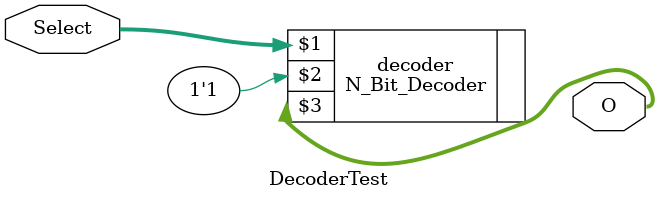
<source format=v>
module DecoderTest(
    input [3:0] Select,
    output [15:0] O
);

    N_Bit_Decoder #(4) decoder (Select, 1'b1, O);

endmodule

</source>
